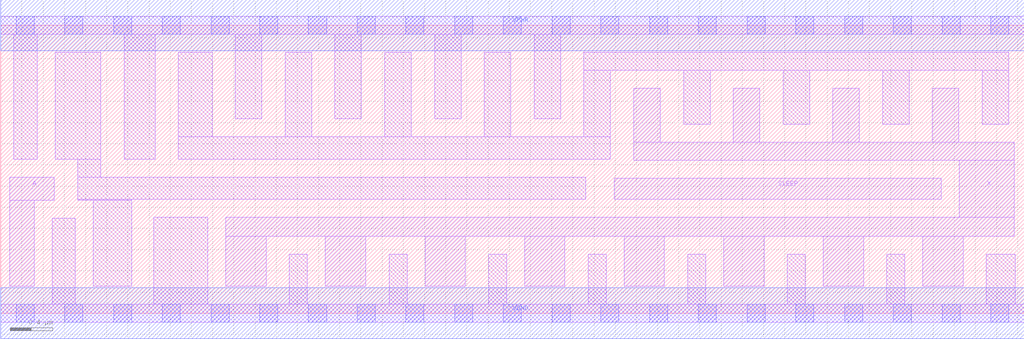
<source format=lef>
# Copyright 2020 The SkyWater PDK Authors
#
# Licensed under the Apache License, Version 2.0 (the "License");
# you may not use this file except in compliance with the License.
# You may obtain a copy of the License at
#
#     https://www.apache.org/licenses/LICENSE-2.0
#
# Unless required by applicable law or agreed to in writing, software
# distributed under the License is distributed on an "AS IS" BASIS,
# WITHOUT WARRANTIES OR CONDITIONS OF ANY KIND, either express or implied.
# See the License for the specific language governing permissions and
# limitations under the License.
#
# SPDX-License-Identifier: Apache-2.0

VERSION 5.7 ;
  NOWIREEXTENSIONATPIN ON ;
  DIVIDERCHAR "/" ;
  BUSBITCHARS "[]" ;
UNITS
  DATABASE MICRONS 200 ;
END UNITS
PROPERTYDEFINITIONS
  MACRO maskLayoutSubType STRING ;
  MACRO prCellType STRING ;
  MACRO originalViewName STRING ;
END PROPERTYDEFINITIONS
MACRO sky130_fd_sc_hdll__isobufsrc_8
  CLASS CORE ;
  FOREIGN sky130_fd_sc_hdll__isobufsrc_8 ;
  ORIGIN  0.000000  0.000000 ;
  SIZE  9.660000 BY  2.720000 ;
  SYMMETRY X Y R90 ;
  SITE unithd ;
  PIN A
    ANTENNAGATEAREA  0.555000 ;
    DIRECTION INPUT ;
    USE SIGNAL ;
    PORT
      LAYER li1 ;
        RECT 0.085000 0.255000 0.315000 1.065000 ;
        RECT 0.085000 1.065000 0.505000 1.285000 ;
    END
  END A
  PIN SLEEP
    ANTENNAGATEAREA  2.220000 ;
    DIRECTION INPUT ;
    USE SIGNAL ;
    PORT
      LAYER li1 ;
        RECT 5.790000 1.075000 8.880000 1.275000 ;
    END
  END SLEEP
  PIN VGND
    ANTENNADIFFAREA  2.249000 ;
    DIRECTION INOUT ;
    USE SIGNAL ;
    PORT
      LAYER met1 ;
        RECT 0.000000 -0.240000 9.660000 0.240000 ;
    END
  END VGND
  PIN VPWR
    ANTENNADIFFAREA  1.760000 ;
    DIRECTION INOUT ;
    USE SIGNAL ;
    PORT
      LAYER met1 ;
        RECT 0.000000 2.480000 9.660000 2.960000 ;
    END
  END VPWR
  PIN X
    ANTENNADIFFAREA  2.889000 ;
    DIRECTION OUTPUT ;
    USE SIGNAL ;
    PORT
      LAYER li1 ;
        RECT 2.125000 0.255000 2.505000 0.725000 ;
        RECT 2.125000 0.725000 9.565000 0.905000 ;
        RECT 3.065000 0.255000 3.445000 0.725000 ;
        RECT 4.005000 0.255000 4.385000 0.725000 ;
        RECT 4.945000 0.255000 5.325000 0.725000 ;
        RECT 5.885000 0.255000 6.265000 0.725000 ;
        RECT 5.975000 1.445000 9.565000 1.615000 ;
        RECT 5.975000 1.615000 6.225000 2.125000 ;
        RECT 6.825000 0.255000 7.205000 0.725000 ;
        RECT 6.915000 1.615000 7.165000 2.125000 ;
        RECT 7.765000 0.255000 8.145000 0.725000 ;
        RECT 7.855000 1.615000 8.105000 2.125000 ;
        RECT 8.705000 0.255000 9.085000 0.725000 ;
        RECT 8.795000 1.615000 9.045000 2.125000 ;
        RECT 9.050000 0.905000 9.565000 1.445000 ;
    END
  END X
  OBS
    LAYER li1 ;
      RECT 0.000000 -0.085000 9.660000 0.085000 ;
      RECT 0.000000  2.635000 9.660000 2.805000 ;
      RECT 0.125000  1.455000 0.345000 2.635000 ;
      RECT 0.485000  0.085000 0.705000 0.895000 ;
      RECT 0.515000  1.455000 0.945000 2.465000 ;
      RECT 0.725000  1.065000 1.235000 1.075000 ;
      RECT 0.725000  1.075000 5.520000 1.285000 ;
      RECT 0.725000  1.285000 0.945000 1.455000 ;
      RECT 0.875000  0.255000 1.235000 1.065000 ;
      RECT 1.165000  1.455000 1.460000 2.635000 ;
      RECT 1.445000  0.085000 1.955000 0.905000 ;
      RECT 1.675000  1.455000 5.755000 1.665000 ;
      RECT 1.675000  1.665000 1.995000 2.465000 ;
      RECT 2.215000  1.835000 2.465000 2.635000 ;
      RECT 2.685000  1.665000 2.935000 2.465000 ;
      RECT 2.725000  0.085000 2.895000 0.555000 ;
      RECT 3.155000  1.835000 3.405000 2.635000 ;
      RECT 3.625000  1.665000 3.875000 2.465000 ;
      RECT 3.665000  0.085000 3.835000 0.555000 ;
      RECT 4.095000  1.835000 4.345000 2.635000 ;
      RECT 4.565000  1.665000 4.815000 2.465000 ;
      RECT 4.605000  0.085000 4.775000 0.555000 ;
      RECT 5.035000  1.835000 5.285000 2.635000 ;
      RECT 5.505000  1.665000 5.755000 2.295000 ;
      RECT 5.505000  2.295000 9.515000 2.465000 ;
      RECT 5.545000  0.085000 5.715000 0.555000 ;
      RECT 6.445000  1.785000 6.695000 2.295000 ;
      RECT 6.485000  0.085000 6.655000 0.555000 ;
      RECT 7.385000  1.785000 7.635000 2.295000 ;
      RECT 7.425000  0.085000 7.595000 0.555000 ;
      RECT 8.325000  1.785000 8.575000 2.295000 ;
      RECT 8.365000  0.085000 8.535000 0.555000 ;
      RECT 9.265000  1.785000 9.515000 2.295000 ;
      RECT 9.305000  0.085000 9.575000 0.555000 ;
    LAYER mcon ;
      RECT 0.145000 -0.085000 0.315000 0.085000 ;
      RECT 0.145000  2.635000 0.315000 2.805000 ;
      RECT 0.605000 -0.085000 0.775000 0.085000 ;
      RECT 0.605000  2.635000 0.775000 2.805000 ;
      RECT 1.065000 -0.085000 1.235000 0.085000 ;
      RECT 1.065000  2.635000 1.235000 2.805000 ;
      RECT 1.525000 -0.085000 1.695000 0.085000 ;
      RECT 1.525000  2.635000 1.695000 2.805000 ;
      RECT 1.985000 -0.085000 2.155000 0.085000 ;
      RECT 1.985000  2.635000 2.155000 2.805000 ;
      RECT 2.445000 -0.085000 2.615000 0.085000 ;
      RECT 2.445000  2.635000 2.615000 2.805000 ;
      RECT 2.905000 -0.085000 3.075000 0.085000 ;
      RECT 2.905000  2.635000 3.075000 2.805000 ;
      RECT 3.365000 -0.085000 3.535000 0.085000 ;
      RECT 3.365000  2.635000 3.535000 2.805000 ;
      RECT 3.825000 -0.085000 3.995000 0.085000 ;
      RECT 3.825000  2.635000 3.995000 2.805000 ;
      RECT 4.285000 -0.085000 4.455000 0.085000 ;
      RECT 4.285000  2.635000 4.455000 2.805000 ;
      RECT 4.745000 -0.085000 4.915000 0.085000 ;
      RECT 4.745000  2.635000 4.915000 2.805000 ;
      RECT 5.205000 -0.085000 5.375000 0.085000 ;
      RECT 5.205000  2.635000 5.375000 2.805000 ;
      RECT 5.665000 -0.085000 5.835000 0.085000 ;
      RECT 5.665000  2.635000 5.835000 2.805000 ;
      RECT 6.125000 -0.085000 6.295000 0.085000 ;
      RECT 6.125000  2.635000 6.295000 2.805000 ;
      RECT 6.585000 -0.085000 6.755000 0.085000 ;
      RECT 6.585000  2.635000 6.755000 2.805000 ;
      RECT 7.045000 -0.085000 7.215000 0.085000 ;
      RECT 7.045000  2.635000 7.215000 2.805000 ;
      RECT 7.505000 -0.085000 7.675000 0.085000 ;
      RECT 7.505000  2.635000 7.675000 2.805000 ;
      RECT 7.965000 -0.085000 8.135000 0.085000 ;
      RECT 7.965000  2.635000 8.135000 2.805000 ;
      RECT 8.425000 -0.085000 8.595000 0.085000 ;
      RECT 8.425000  2.635000 8.595000 2.805000 ;
      RECT 8.885000 -0.085000 9.055000 0.085000 ;
      RECT 8.885000  2.635000 9.055000 2.805000 ;
      RECT 9.345000 -0.085000 9.515000 0.085000 ;
      RECT 9.345000  2.635000 9.515000 2.805000 ;
  END
  PROPERTY maskLayoutSubType "abstract" ;
  PROPERTY prCellType "standard" ;
  PROPERTY originalViewName "layout" ;
END sky130_fd_sc_hdll__isobufsrc_8
END LIBRARY

</source>
